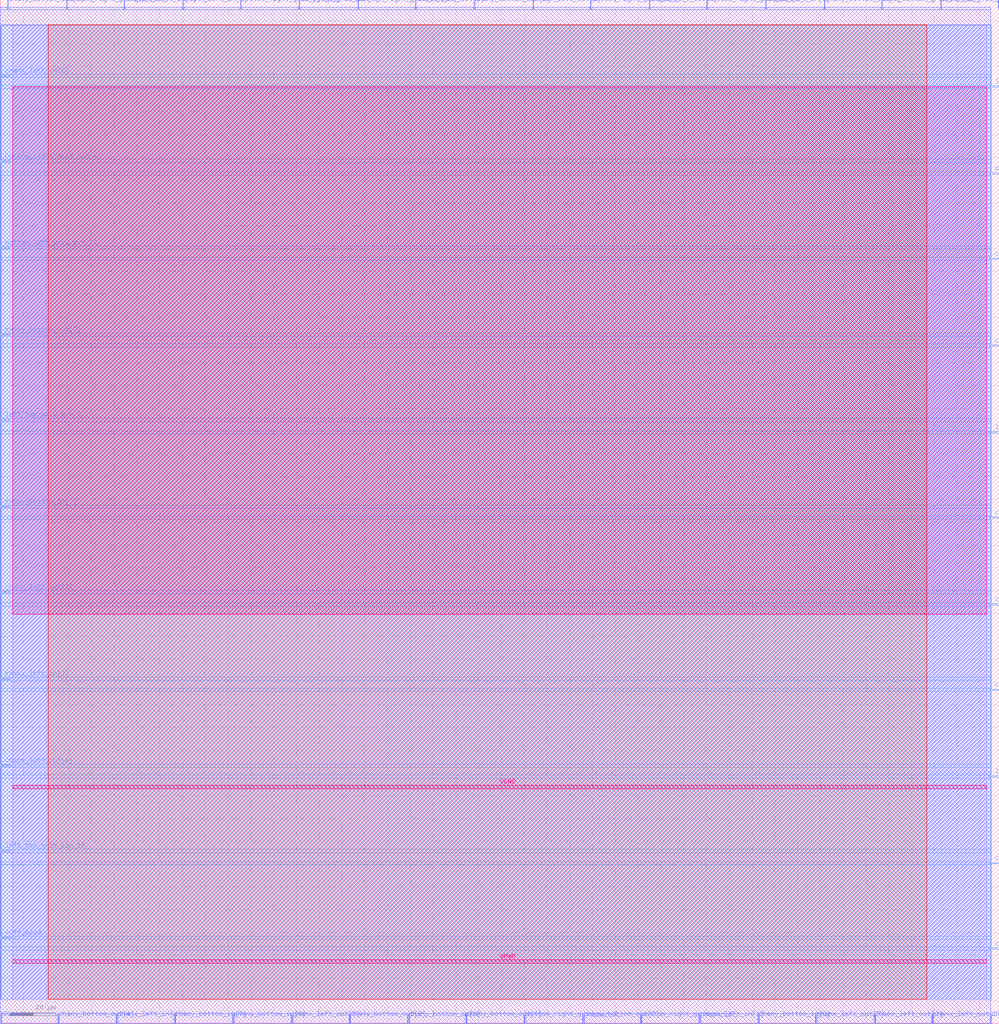
<source format=lef>
VERSION 5.7 ;
  NAMESCASESENSITIVE ON ;
  NOWIREEXTENSIONATPIN ON ;
  DIVIDERCHAR "/" ;
  BUSBITCHARS "[]" ;
UNITS
  DATABASE MICRONS 200 ;
END UNITS

MACRO sb_3__3_
  CLASS BLOCK ;
  FOREIGN sb_3__3_ ;
  ORIGIN 0.000 0.000 ;
  SIZE 438.445 BY 449.165 ;
  PIN bottom_left_grid_pin_13_
    DIRECTION INPUT ;
    PORT
      LAYER met3 ;
        RECT 0.000 340.040 4.000 340.640 ;
    END
  END bottom_left_grid_pin_13_
  PIN bottom_right_grid_pin_11_
    DIRECTION INPUT ;
    PORT
      LAYER met2 ;
        RECT 156.950 445.165 157.230 449.165 ;
    END
  END bottom_right_grid_pin_11_
  PIN bottom_right_grid_pin_13_
    DIRECTION INPUT ;
    PORT
      LAYER met2 ;
        RECT 105.430 445.165 105.710 449.165 ;
    END
  END bottom_right_grid_pin_13_
  PIN bottom_right_grid_pin_15_
    DIRECTION INPUT ;
    PORT
      LAYER met2 ;
        RECT 29.070 445.165 29.350 449.165 ;
    END
  END bottom_right_grid_pin_15_
  PIN bottom_right_grid_pin_1_
    DIRECTION INPUT ;
    PORT
      LAYER met2 ;
        RECT 310.130 445.165 310.410 449.165 ;
    END
  END bottom_right_grid_pin_1_
  PIN bottom_right_grid_pin_3_
    DIRECTION INPUT ;
    PORT
      LAYER met2 ;
        RECT 230.090 0.000 230.370 4.000 ;
    END
  END bottom_right_grid_pin_3_
  PIN bottom_right_grid_pin_5_
    DIRECTION INPUT ;
    PORT
      LAYER met2 ;
        RECT 281.150 0.000 281.430 4.000 ;
    END
  END bottom_right_grid_pin_5_
  PIN bottom_right_grid_pin_7_
    DIRECTION INPUT ;
    PORT
      LAYER met2 ;
        RECT 259.070 445.165 259.350 449.165 ;
    END
  END bottom_right_grid_pin_7_
  PIN bottom_right_grid_pin_9_
    DIRECTION INPUT ;
    PORT
      LAYER met3 ;
        RECT 0.000 378.120 4.000 378.720 ;
    END
  END bottom_right_grid_pin_9_
  PIN ccff_head
    DIRECTION INPUT ;
    PORT
      LAYER met3 ;
        RECT 0.000 37.440 4.000 38.040 ;
    END
  END ccff_head
  PIN ccff_tail
    DIRECTION OUTPUT TRISTATE ;
    PORT
      LAYER met3 ;
        RECT 434.445 183.640 438.445 184.240 ;
    END
  END ccff_tail
  PIN chanx_left_in[0]
    DIRECTION INPUT ;
    PORT
      LAYER met2 ;
        RECT 80.130 445.165 80.410 449.165 ;
    END
  END chanx_left_in[0]
  PIN chanx_left_in[1]
    DIRECTION INPUT ;
    PORT
      LAYER met2 ;
        RECT 306.910 0.000 307.190 4.000 ;
    END
  END chanx_left_in[1]
  PIN chanx_left_in[2]
    DIRECTION INPUT ;
    PORT
      LAYER met3 ;
        RECT 0.000 151.000 4.000 151.600 ;
    END
  END chanx_left_in[2]
  PIN chanx_left_in[3]
    DIRECTION INPUT ;
    PORT
      LAYER met2 ;
        RECT 335.890 445.165 336.170 449.165 ;
    END
  END chanx_left_in[3]
  PIN chanx_left_in[4]
    DIRECTION INPUT ;
    PORT
      LAYER met2 ;
        RECT 51.150 0.000 51.430 4.000 ;
    END
  END chanx_left_in[4]
  PIN chanx_left_in[5]
    DIRECTION INPUT ;
    PORT
      LAYER met2 ;
        RECT 434.790 0.000 435.070 4.000 ;
    END
  END chanx_left_in[5]
  PIN chanx_left_in[6]
    DIRECTION INPUT ;
    PORT
      LAYER met3 ;
        RECT 0.000 415.520 4.000 416.120 ;
    END
  END chanx_left_in[6]
  PIN chanx_left_in[7]
    DIRECTION INPUT ;
    PORT
      LAYER met3 ;
        RECT 434.445 70.080 438.445 70.680 ;
    END
  END chanx_left_in[7]
  PIN chanx_left_in[8]
    DIRECTION INPUT ;
    PORT
      LAYER met3 ;
        RECT 434.445 297.200 438.445 297.800 ;
    END
  END chanx_left_in[8]
  PIN chanx_left_out[0]
    DIRECTION OUTPUT TRISTATE ;
    PORT
      LAYER met2 ;
        RECT 409.030 0.000 409.310 4.000 ;
    END
  END chanx_left_out[0]
  PIN chanx_left_out[1]
    DIRECTION OUTPUT TRISTATE ;
    PORT
      LAYER met2 ;
        RECT 182.250 445.165 182.530 449.165 ;
    END
  END chanx_left_out[1]
  PIN chanx_left_out[2]
    DIRECTION OUTPUT TRISTATE ;
    PORT
      LAYER met3 ;
        RECT 0.000 189.080 4.000 189.680 ;
    END
  END chanx_left_out[2]
  PIN chanx_left_out[3]
    DIRECTION OUTPUT TRISTATE ;
    PORT
      LAYER met2 ;
        RECT 383.730 0.000 384.010 4.000 ;
    END
  END chanx_left_out[3]
  PIN chanx_left_out[4]
    DIRECTION OUTPUT TRISTATE ;
    PORT
      LAYER met2 ;
        RECT 284.830 445.165 285.110 449.165 ;
    END
  END chanx_left_out[4]
  PIN chanx_left_out[5]
    DIRECTION OUTPUT TRISTATE ;
    PORT
      LAYER met2 ;
        RECT 127.970 0.000 128.250 4.000 ;
    END
  END chanx_left_out[5]
  PIN chanx_left_out[6]
    DIRECTION OUTPUT TRISTATE ;
    PORT
      LAYER met2 ;
        RECT 233.770 445.165 234.050 449.165 ;
    END
  END chanx_left_out[6]
  PIN chanx_left_out[7]
    DIRECTION OUTPUT TRISTATE ;
    PORT
      LAYER met2 ;
        RECT 357.970 0.000 358.250 4.000 ;
    END
  END chanx_left_out[7]
  PIN chanx_left_out[8]
    DIRECTION OUTPUT TRISTATE ;
    PORT
      LAYER met3 ;
        RECT 0.000 112.920 4.000 113.520 ;
    END
  END chanx_left_out[8]
  PIN chany_bottom_in[0]
    DIRECTION INPUT ;
    PORT
      LAYER met2 ;
        RECT 54.370 445.165 54.650 449.165 ;
    END
  END chany_bottom_in[0]
  PIN chany_bottom_in[1]
    DIRECTION INPUT ;
    PORT
      LAYER met2 ;
        RECT 179.030 0.000 179.310 4.000 ;
    END
  END chany_bottom_in[1]
  PIN chany_bottom_in[2]
    DIRECTION INPUT ;
    PORT
      LAYER met3 ;
        RECT 434.445 221.720 438.445 222.320 ;
    END
  END chany_bottom_in[2]
  PIN chany_bottom_in[3]
    DIRECTION INPUT ;
    PORT
      LAYER met3 ;
        RECT 0.000 226.480 4.000 227.080 ;
    END
  END chany_bottom_in[3]
  PIN chany_bottom_in[4]
    DIRECTION INPUT ;
    PORT
      LAYER met3 ;
        RECT 434.445 335.280 438.445 335.880 ;
    END
  END chany_bottom_in[4]
  PIN chany_bottom_in[5]
    DIRECTION INPUT ;
    PORT
      LAYER met3 ;
        RECT 434.445 32.680 438.445 33.280 ;
    END
  END chany_bottom_in[5]
  PIN chany_bottom_in[6]
    DIRECTION INPUT ;
    PORT
      LAYER met2 ;
        RECT 102.210 0.000 102.490 4.000 ;
    END
  END chany_bottom_in[6]
  PIN chany_bottom_in[7]
    DIRECTION INPUT ;
    PORT
      LAYER met2 ;
        RECT 76.450 0.000 76.730 4.000 ;
    END
  END chany_bottom_in[7]
  PIN chany_bottom_in[8]
    DIRECTION INPUT ;
    PORT
      LAYER met2 ;
        RECT 332.670 0.000 332.950 4.000 ;
    END
  END chany_bottom_in[8]
  PIN chany_bottom_out[0]
    DIRECTION OUTPUT TRISTATE ;
    PORT
      LAYER met2 ;
        RECT 255.850 0.000 256.130 4.000 ;
    END
  END chany_bottom_out[0]
  PIN chany_bottom_out[1]
    DIRECTION OUTPUT TRISTATE ;
    PORT
      LAYER met2 ;
        RECT 204.330 0.000 204.610 4.000 ;
    END
  END chany_bottom_out[1]
  PIN chany_bottom_out[2]
    DIRECTION OUTPUT TRISTATE ;
    PORT
      LAYER met2 ;
        RECT 153.270 0.000 153.550 4.000 ;
    END
  END chany_bottom_out[2]
  PIN chany_bottom_out[3]
    DIRECTION OUTPUT TRISTATE ;
    PORT
      LAYER met2 ;
        RECT 3.310 445.165 3.590 449.165 ;
    END
  END chany_bottom_out[3]
  PIN chany_bottom_out[4]
    DIRECTION OUTPUT TRISTATE ;
    PORT
      LAYER met2 ;
        RECT 25.390 0.000 25.670 4.000 ;
    END
  END chany_bottom_out[4]
  PIN chany_bottom_out[5]
    DIRECTION OUTPUT TRISTATE ;
    PORT
      LAYER met2 ;
        RECT 361.650 445.165 361.930 449.165 ;
    END
  END chany_bottom_out[5]
  PIN chany_bottom_out[6]
    DIRECTION OUTPUT TRISTATE ;
    PORT
      LAYER met3 ;
        RECT 434.445 146.240 438.445 146.840 ;
    END
  END chany_bottom_out[6]
  PIN chany_bottom_out[7]
    DIRECTION OUTPUT TRISTATE ;
    PORT
      LAYER met3 ;
        RECT 0.000 301.960 4.000 302.560 ;
    END
  END chany_bottom_out[7]
  PIN chany_bottom_out[8]
    DIRECTION OUTPUT TRISTATE ;
    PORT
      LAYER met2 ;
        RECT 208.010 445.165 208.290 449.165 ;
    END
  END chany_bottom_out[8]
  PIN left_bottom_grid_pin_12_
    DIRECTION INPUT ;
    PORT
      LAYER met2 ;
        RECT 386.950 445.165 387.230 449.165 ;
    END
  END left_bottom_grid_pin_12_
  PIN left_top_grid_pin_11_
    DIRECTION INPUT ;
    PORT
      LAYER met3 ;
        RECT 434.445 259.120 438.445 259.720 ;
    END
  END left_top_grid_pin_11_
  PIN left_top_grid_pin_13_
    DIRECTION INPUT ;
    PORT
      LAYER met3 ;
        RECT 434.445 108.160 438.445 108.760 ;
    END
  END left_top_grid_pin_13_
  PIN left_top_grid_pin_15_
    DIRECTION INPUT ;
    PORT
      LAYER met3 ;
        RECT 0.000 75.520 4.000 76.120 ;
    END
  END left_top_grid_pin_15_
  PIN left_top_grid_pin_1_
    DIRECTION INPUT ;
    PORT
      LAYER met2 ;
        RECT 412.710 445.165 412.990 449.165 ;
    END
  END left_top_grid_pin_1_
  PIN left_top_grid_pin_3_
    DIRECTION INPUT ;
    PORT
      LAYER met2 ;
        RECT 438.010 445.165 438.290 449.165 ;
    END
  END left_top_grid_pin_3_
  PIN left_top_grid_pin_5_
    DIRECTION INPUT ;
    PORT
      LAYER met3 ;
        RECT 0.000 264.560 4.000 265.160 ;
    END
  END left_top_grid_pin_5_
  PIN left_top_grid_pin_7_
    DIRECTION INPUT ;
    PORT
      LAYER met2 ;
        RECT 131.190 445.165 131.470 449.165 ;
    END
  END left_top_grid_pin_7_
  PIN left_top_grid_pin_9_
    DIRECTION INPUT ;
    PORT
      LAYER met3 ;
        RECT 434.445 410.760 438.445 411.360 ;
    END
  END left_top_grid_pin_9_
  PIN pReset
    DIRECTION INPUT ;
    PORT
      LAYER met2 ;
        RECT 0.090 0.000 0.370 4.000 ;
    END
  END pReset
  PIN prog_clk
    DIRECTION INPUT ;
    PORT
      LAYER met3 ;
        RECT 434.445 372.680 438.445 373.280 ;
    END
  END prog_clk
  PIN VPWR
    DIRECTION INPUT ;
    USE POWER ;
    PORT
      LAYER met5 ;
        RECT 5.520 26.490 432.860 28.090 ;
    END
  END VPWR
  PIN VGND
    DIRECTION INPUT ;
    USE GROUND ;
    PORT
      LAYER met5 ;
        RECT 5.520 103.080 432.860 104.680 ;
    END
  END VGND
  OBS
      LAYER li1 ;
        RECT 5.520 10.795 432.860 438.005 ;
      LAYER met1 ;
        RECT 0.530 10.640 434.630 438.160 ;
      LAYER met2 ;
        RECT 0.090 444.885 3.030 445.810 ;
        RECT 3.870 444.885 28.790 445.810 ;
        RECT 29.630 444.885 54.090 445.810 ;
        RECT 54.930 444.885 79.850 445.810 ;
        RECT 80.690 444.885 105.150 445.810 ;
        RECT 105.990 444.885 130.910 445.810 ;
        RECT 131.750 444.885 156.670 445.810 ;
        RECT 157.510 444.885 181.970 445.810 ;
        RECT 182.810 444.885 207.730 445.810 ;
        RECT 208.570 444.885 233.490 445.810 ;
        RECT 234.330 444.885 258.790 445.810 ;
        RECT 259.630 444.885 284.550 445.810 ;
        RECT 285.390 444.885 309.850 445.810 ;
        RECT 310.690 444.885 335.610 445.810 ;
        RECT 336.450 444.885 361.370 445.810 ;
        RECT 362.210 444.885 386.670 445.810 ;
        RECT 387.510 444.885 412.430 445.810 ;
        RECT 413.270 444.885 434.610 445.810 ;
        RECT 0.090 4.280 434.610 444.885 ;
        RECT 0.650 0.270 25.110 4.280 ;
        RECT 25.950 0.270 50.870 4.280 ;
        RECT 51.710 0.270 76.170 4.280 ;
        RECT 77.010 0.270 101.930 4.280 ;
        RECT 102.770 0.270 127.690 4.280 ;
        RECT 128.530 0.270 152.990 4.280 ;
        RECT 153.830 0.270 178.750 4.280 ;
        RECT 179.590 0.270 204.050 4.280 ;
        RECT 204.890 0.270 229.810 4.280 ;
        RECT 230.650 0.270 255.570 4.280 ;
        RECT 256.410 0.270 280.870 4.280 ;
        RECT 281.710 0.270 306.630 4.280 ;
        RECT 307.470 0.270 332.390 4.280 ;
        RECT 333.230 0.270 357.690 4.280 ;
        RECT 358.530 0.270 383.450 4.280 ;
        RECT 384.290 0.270 408.750 4.280 ;
        RECT 409.590 0.270 434.510 4.280 ;
      LAYER met3 ;
        RECT 0.310 416.520 434.850 438.085 ;
        RECT 4.400 415.120 434.850 416.520 ;
        RECT 0.310 411.760 434.850 415.120 ;
        RECT 0.310 410.360 434.045 411.760 ;
        RECT 0.310 379.120 434.850 410.360 ;
        RECT 4.400 377.720 434.850 379.120 ;
        RECT 0.310 373.680 434.850 377.720 ;
        RECT 0.310 372.280 434.045 373.680 ;
        RECT 0.310 341.040 434.850 372.280 ;
        RECT 4.400 339.640 434.850 341.040 ;
        RECT 0.310 336.280 434.850 339.640 ;
        RECT 0.310 334.880 434.045 336.280 ;
        RECT 0.310 302.960 434.850 334.880 ;
        RECT 4.400 301.560 434.850 302.960 ;
        RECT 0.310 298.200 434.850 301.560 ;
        RECT 0.310 296.800 434.045 298.200 ;
        RECT 0.310 265.560 434.850 296.800 ;
        RECT 4.400 264.160 434.850 265.560 ;
        RECT 0.310 260.120 434.850 264.160 ;
        RECT 0.310 258.720 434.045 260.120 ;
        RECT 0.310 227.480 434.850 258.720 ;
        RECT 4.400 226.080 434.850 227.480 ;
        RECT 0.310 222.720 434.850 226.080 ;
        RECT 0.310 221.320 434.045 222.720 ;
        RECT 0.310 190.080 434.850 221.320 ;
        RECT 4.400 188.680 434.850 190.080 ;
        RECT 0.310 184.640 434.850 188.680 ;
        RECT 0.310 183.240 434.045 184.640 ;
        RECT 0.310 152.000 434.850 183.240 ;
        RECT 4.400 150.600 434.850 152.000 ;
        RECT 0.310 147.240 434.850 150.600 ;
        RECT 0.310 145.840 434.045 147.240 ;
        RECT 0.310 113.920 434.850 145.840 ;
        RECT 4.400 112.520 434.850 113.920 ;
        RECT 0.310 109.160 434.850 112.520 ;
        RECT 0.310 107.760 434.045 109.160 ;
        RECT 0.310 76.520 434.850 107.760 ;
        RECT 4.400 75.120 434.850 76.520 ;
        RECT 0.310 71.080 434.850 75.120 ;
        RECT 0.310 69.680 434.045 71.080 ;
        RECT 0.310 38.440 434.850 69.680 ;
        RECT 4.400 37.040 434.850 38.440 ;
        RECT 0.310 33.680 434.850 37.040 ;
        RECT 0.310 32.280 434.045 33.680 ;
        RECT 0.310 10.715 434.850 32.280 ;
      LAYER met4 ;
        RECT 21.040 10.640 406.640 438.160 ;
      LAYER met5 ;
        RECT 5.520 179.670 432.860 411.040 ;
  END
END sb_3__3_
END LIBRARY


</source>
